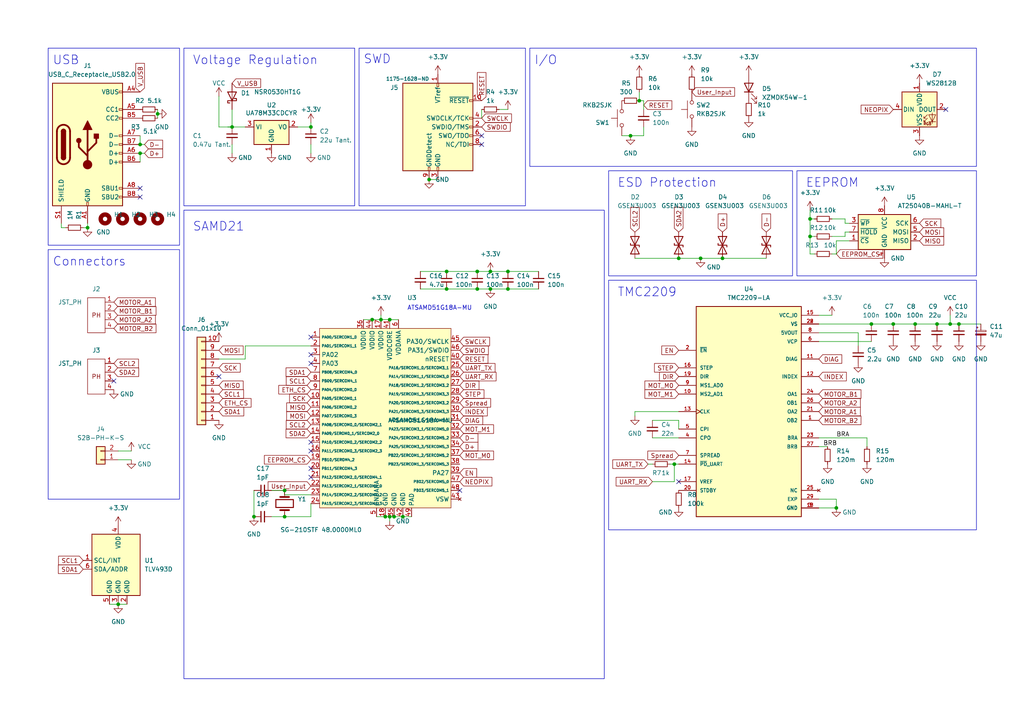
<source format=kicad_sch>
(kicad_sch (version 20230121) (generator eeschema)
  (paper "A4")
  (junction (at 129.54 78.74))
  (junction (at 113.03 149.86))
  (junction (at 107.95 92.71))
  (junction (at 25.4 66.04))
  (junction (at 147.32 83.82))
  (junction (at 129.54 83.82))
  (junction (at 114.3 149.86))
  (junction (at 234.95 68.58))
  (junction (at 195.58 134.62))
  (junction (at 147.32 78.74))
  (junction (at 265.43 93.98))
  (junction (at 82.55 142.24))
  (junction (at 90.17 36.83))
  (junction (at 259.08 93.98))
  (junction (at 278.13 93.98))
  (junction (at 138.43 78.74))
  (junction (at 209.55 74.93))
  (junction (at 82.55 149.86))
  (junction (at 138.43 83.82))
  (junction (at 67.31 36.83))
  (junction (at 110.49 92.71))
  (junction (at 196.85 74.93))
  (junction (at 242.57 147.32))
  (junction (at 113.03 92.71))
  (junction (at 40.64 44.45))
  (junction (at 252.73 93.98))
  (junction (at 40.64 41.91))
  (junction (at 234.95 63.5))
  (junction (at 142.24 78.74))
  (junction (at 182.88 39.37))
  (junction (at 45.72 33.02))
  (junction (at 124.46 52.07))
  (junction (at 203.2 74.93))
  (junction (at 116.84 149.86))
  (junction (at 73.66 149.86))
  (junction (at 271.78 93.98))
  (junction (at 34.29 175.26))
  (junction (at 111.76 149.86))
  (junction (at 185.42 29.21))
  (junction (at 275.59 93.98))
  (junction (at 142.24 83.82))
  (no_connect (at 40.64 54.61))
  (no_connect (at 90.17 97.79))
  (no_connect (at 139.7 39.37))
  (no_connect (at 90.17 128.27))
  (no_connect (at 33.02 110.49))
  (no_connect (at 196.85 139.7))
  (no_connect (at 90.17 138.43))
  (no_connect (at 63.5 109.22))
  (no_connect (at 90.17 102.87))
  (no_connect (at 40.64 57.15))
  (no_connect (at 90.17 130.81))
  (no_connect (at 139.7 41.91))
  (no_connect (at 90.17 105.41))
  (no_connect (at 133.35 142.24))
  (no_connect (at 90.17 135.89))
  (no_connect (at 274.32 31.75))
  (wire (pts (xy 138.43 78.74) (xy 142.24 78.74)))
  (wire (pts (xy 40.64 41.91) (xy 41.91 41.91)))
  (wire (pts (xy 19.05 66.04) (xy 17.78 66.04)))
  (wire (pts (xy 38.1 133.35) (xy 34.29 133.35)))
  (wire (pts (xy 34.29 175.26) (xy 36.83 175.26)))
  (wire (pts (xy 245.11 64.77) (xy 246.38 64.77)))
  (wire (pts (xy 186.69 31.75) (xy 186.69 29.21)))
  (wire (pts (xy 248.92 96.52) (xy 237.49 96.52)))
  (wire (pts (xy 142.24 78.74) (xy 147.32 78.74)))
  (wire (pts (xy 63.5 27.94) (xy 63.5 36.83)))
  (wire (pts (xy 121.92 78.74) (xy 129.54 78.74)))
  (wire (pts (xy 203.2 74.93) (xy 209.55 74.93)))
  (wire (pts (xy 78.74 149.86) (xy 82.55 149.86)))
  (wire (pts (xy 73.66 142.24) (xy 73.66 149.86)))
  (wire (pts (xy 113.03 92.71) (xy 115.57 92.71)))
  (wire (pts (xy 237.49 99.06) (xy 252.73 99.06)))
  (wire (pts (xy 259.08 93.98) (xy 265.43 93.98)))
  (wire (pts (xy 90.17 100.33) (xy 71.12 100.33)))
  (wire (pts (xy 234.95 60.96) (xy 234.95 63.5)))
  (wire (pts (xy 67.31 31.75) (xy 67.31 36.83)))
  (wire (pts (xy 116.84 149.86) (xy 114.3 149.86)))
  (wire (pts (xy 86.36 36.83) (xy 90.17 36.83)))
  (wire (pts (xy 109.22 149.86) (xy 111.76 149.86)))
  (wire (pts (xy 40.64 39.37) (xy 40.64 41.91)))
  (wire (pts (xy 38.1 130.81) (xy 34.29 130.81)))
  (wire (pts (xy 241.3 73.66) (xy 242.57 73.66)))
  (wire (pts (xy 237.49 129.54) (xy 240.03 129.54)))
  (wire (pts (xy 25.4 64.77) (xy 25.4 66.04)))
  (wire (pts (xy 24.13 66.04) (xy 25.4 66.04)))
  (wire (pts (xy 242.57 147.32) (xy 237.49 147.32)))
  (wire (pts (xy 66.04 36.83) (xy 67.31 36.83)) (stroke (width 0.1524)))
  (wire (pts (xy 196.85 119.38) (xy 184.15 119.38)))
  (wire (pts (xy 189.23 139.7) (xy 195.58 139.7)))
  (wire (pts (xy 275.59 93.98) (xy 278.13 93.98)))
  (wire (pts (xy 182.88 39.37) (xy 180.34 39.37)))
  (wire (pts (xy 195.58 134.62) (xy 196.85 134.62)))
  (wire (pts (xy 45.72 33.02) (xy 45.72 31.75)))
  (wire (pts (xy 186.69 36.83) (xy 186.69 39.37)))
  (wire (pts (xy 237.49 93.98) (xy 252.73 93.98)))
  (wire (pts (xy 107.95 92.71) (xy 110.49 92.71)))
  (wire (pts (xy 242.57 69.85) (xy 246.38 69.85)))
  (wire (pts (xy 189.23 134.62) (xy 187.96 134.62)))
  (wire (pts (xy 78.74 142.24) (xy 82.55 142.24)))
  (wire (pts (xy 147.32 31.75) (xy 144.78 31.75)))
  (wire (pts (xy 237.49 144.78) (xy 242.57 144.78)))
  (wire (pts (xy 275.59 91.44) (xy 275.59 93.98)))
  (wire (pts (xy 82.55 143.51) (xy 82.55 142.24)))
  (wire (pts (xy 71.12 36.83) (xy 67.31 36.83)) (stroke (width 0.1524)))
  (wire (pts (xy 185.42 26.67) (xy 185.42 29.21)))
  (wire (pts (xy 245.11 67.31) (xy 246.38 67.31)))
  (wire (pts (xy 189.23 127) (xy 196.85 127)))
  (wire (pts (xy 265.43 93.98) (xy 271.78 93.98)))
  (wire (pts (xy 71.12 104.14) (xy 63.5 104.14)))
  (wire (pts (xy 234.95 68.58) (xy 234.95 63.5)))
  (wire (pts (xy 237.49 127) (xy 251.46 127)))
  (wire (pts (xy 236.22 63.5) (xy 234.95 63.5)))
  (wire (pts (xy 114.3 149.86) (xy 113.03 149.86)))
  (wire (pts (xy 186.69 29.21) (xy 185.42 29.21)))
  (wire (pts (xy 184.15 74.93) (xy 196.85 74.93)))
  (wire (pts (xy 147.32 78.74) (xy 156.21 78.74)))
  (wire (pts (xy 45.72 34.29) (xy 45.72 33.02)))
  (wire (pts (xy 196.85 74.93) (xy 203.2 74.93)))
  (wire (pts (xy 31.75 175.26) (xy 34.29 175.26)))
  (wire (pts (xy 241.3 91.44) (xy 237.49 91.44)))
  (wire (pts (xy 124.46 52.07) (xy 127 52.07)))
  (wire (pts (xy 245.11 63.5) (xy 245.11 64.77)))
  (wire (pts (xy 278.13 93.98) (xy 284.48 93.98)))
  (wire (pts (xy 40.64 44.45) (xy 40.64 46.99)))
  (wire (pts (xy 184.15 119.38) (xy 184.15 120.65)))
  (wire (pts (xy 236.22 73.66) (xy 234.95 73.66)))
  (wire (pts (xy 82.55 149.86) (xy 90.17 149.86)))
  (wire (pts (xy 71.12 100.33) (xy 71.12 104.14)))
  (wire (pts (xy 67.31 44.45) (xy 67.31 41.91)))
  (wire (pts (xy 234.95 73.66) (xy 234.95 68.58)))
  (wire (pts (xy 242.57 73.66) (xy 242.57 69.85)))
  (wire (pts (xy 63.5 36.83) (xy 67.31 36.83)))
  (wire (pts (xy 113.03 149.86) (xy 113.03 151.13)))
  (wire (pts (xy 252.73 93.98) (xy 259.08 93.98)))
  (wire (pts (xy 129.54 78.74) (xy 138.43 78.74)))
  (wire (pts (xy 245.11 68.58) (xy 245.11 67.31)))
  (wire (pts (xy 90.17 41.91) (xy 90.17 44.45)))
  (wire (pts (xy 116.84 149.86) (xy 119.38 149.86)))
  (wire (pts (xy 186.69 39.37) (xy 182.88 39.37)))
  (wire (pts (xy 271.78 93.98) (xy 275.59 93.98)))
  (wire (pts (xy 241.3 63.5) (xy 245.11 63.5)))
  (wire (pts (xy 139.7 31.75) (xy 139.7 34.29)))
  (wire (pts (xy 196.85 121.92) (xy 196.85 124.46)))
  (wire (pts (xy 110.49 91.44) (xy 110.49 92.71)))
  (wire (pts (xy 241.3 68.58) (xy 245.11 68.58)))
  (wire (pts (xy 194.31 134.62) (xy 195.58 134.62)))
  (wire (pts (xy 147.32 83.82) (xy 156.21 83.82)))
  (wire (pts (xy 111.76 149.86) (xy 113.03 149.86)))
  (wire (pts (xy 195.58 139.7) (xy 195.58 134.62)))
  (wire (pts (xy 129.54 83.82) (xy 138.43 83.82)))
  (wire (pts (xy 121.92 83.82) (xy 129.54 83.82)))
  (wire (pts (xy 189.23 121.92) (xy 196.85 121.92)))
  (wire (pts (xy 242.57 144.78) (xy 242.57 147.32)))
  (wire (pts (xy 110.49 92.71) (xy 113.03 92.71)))
  (wire (pts (xy 17.78 64.77) (xy 17.78 66.04)))
  (wire (pts (xy 105.41 92.71) (xy 107.95 92.71)))
  (wire (pts (xy 40.64 44.45) (xy 41.91 44.45)))
  (wire (pts (xy 142.24 83.82) (xy 147.32 83.82)))
  (wire (pts (xy 90.17 35.56) (xy 90.17 36.83)))
  (wire (pts (xy 90.17 149.86) (xy 90.17 146.05)))
  (wire (pts (xy 236.22 68.58) (xy 234.95 68.58)))
  (wire (pts (xy 90.17 143.51) (xy 82.55 143.51)))
  (wire (pts (xy 209.55 74.93) (xy 222.25 74.93)))
  (wire (pts (xy 251.46 127) (xy 251.46 129.54)))
  (wire (pts (xy 248.92 100.33) (xy 248.92 96.52)))
  (wire (pts (xy 138.43 83.82) (xy 142.24 83.82)))
  (rectangle (start 53.34 13.97) (end 102.87 59.69))
  (rectangle (start 153.67 13.97) (end 283.21 48.26))
  (rectangle (start 53.34 60.96) (end 175.26 196.85))
  (rectangle (start 176.53 81.28) (end 283.21 153.67))
  (rectangle (start 13.97 13.97) (end 52.07 71.12))
  (rectangle (start 13.97 72.39) (end 52.07 144.78))
  (rectangle (start 231.14 49.53) (end 283.21 80.01))
  (rectangle (start 104.14 13.97) (end 152.4 59.69))
  (rectangle (start 176.53 49.53) (end 229.87 80.01))
  (text "SAMD21" (at 55.88 67.31 0) (effects (font (size 2.54 2.54)) (justify left bottom)))
  (text "					" (at 38.1 161.29 0) (effects (font (size 5.08 5.08)) (justify left bottom)))
  (text "EEPROM" (at 233.68 54.61 0) (effects (font (size 2.54 2.54)) (justify left bottom)))
  (text "Connectors" (at 15.24 77.47 0) (effects (font (size 2.54 2.54)) (justify left bottom)))
  (text "ESD Protection\n" (at 179.07 54.61 0) (effects (font (size 2.54 2.54)) (justify left bottom)))
  (text "TMC2209" (at 179.07 86.36 0) (effects (font (size 2.54 2.54)) (justify left bottom)))
  (text "I/O" (at 154.94 19.05 0) (effects (font (size 2.54 2.54)) (justify left bottom)))
  (text "ATSAMD51G18A-MU" (at 118.11 90.17 0) (effects (font (size 1.27 1.27)) (justify left bottom)))
  (text "Voltage Regulation\n" (at 55.88 19.05 0) (effects (font (size 2.54 2.54)) (justify left bottom)))
  (text "SWD\n\n" (at 105.41 22.86 0) (effects (font (size 2.54 2.54)) (justify left bottom)))
  (text "USB" (at 15.24 19.05 0) (effects (font (size 2.54 2.54)) (justify left bottom)))
  (label "BRA" (at 242.57 127 0))
  (label "BRB" (at 238.76 129.54 0))
  (global_label "RESET" (shape input) (at 186.69 30.48 0) (property "Intersheetrefs" "${INTERSHEET_REFS}" (effects hide)))
  (global_label "D+" (shape input) (at 41.91 44.45 0) (property "Intersheetrefs" "${INTERSHEET_REFS}" (effects hide)))
  (global_label "MISO" (shape input) (at 63.5 111.76 0) (property "Intersheetrefs" "${INTERSHEET_REFS}" (effects hide)))
  (global_label "SDA1" (shape input) (at 90.17 107.95 180) (property "Intersheetrefs" "${INTERSHEET_REFS}" (effects hide)))
  (global_label "SDA1" (shape input) (at 24.13 165.1 180) (property "Intersheetrefs" "${INTERSHEET_REFS}" (effects hide)))
  (global_label "MOTOR_B2" (shape input) (at 237.49 121.92 0) (property "Intersheetrefs" "${INTERSHEET_REFS}" (effects hide)))
  (global_label "SCL2" (shape input) (at 90.17 123.19 180) (property "Intersheetrefs" "${INTERSHEET_REFS}" (effects hide)))
  (global_label "MOT_M1" (shape input) (at 133.35 124.46 0) (property "Intersheetrefs" "${INTERSHEET_REFS}" (effects hide)))
  (global_label "UART_RX" (shape input) (at 133.35 109.22 0) (property "Intersheetrefs" "${INTERSHEET_REFS}" (effects hide)))
  (global_label "SCL1" (shape input) (at 63.5 114.3 0) (property "Intersheetrefs" "${INTERSHEET_REFS}" (effects hide)))
  (global_label "EN" (shape input) (at 196.85 101.6 180) (property "Intersheetrefs" "${INTERSHEET_REFS}" (effects hide)))
  (global_label "D-" (shape input) (at 222.25 67.31 90) (property "Intersheetrefs" "${INTERSHEET_REFS}" (effects hide)))
  (global_label "SCL2" (shape input) (at 184.15 67.31 90) (property "Intersheetrefs" "${INTERSHEET_REFS}" (effects hide)))
  (global_label "SCL2" (shape input) (at 33.02 105.41 0) (property "Intersheetrefs" "${INTERSHEET_REFS}" (effects hide)))
  (global_label "NEOPIX" (shape input) (at 133.35 139.7 0) (property "Intersheetrefs" "${INTERSHEET_REFS}" (effects hide)))
  (global_label "INDEX" (shape input) (at 133.35 119.38 0) (property "Intersheetrefs" "${INTERSHEET_REFS}" (effects hide)))
  (global_label "V_USB" (shape input) (at 67.31 24.13 0) (property "Intersheetrefs" "${INTERSHEET_REFS}" (effects hide)))
  (global_label "Spread" (shape input) (at 196.85 132.08 180) (property "Intersheetrefs" "${INTERSHEET_REFS}" (effects hide)))
  (global_label "D+" (shape input) (at 133.35 129.54 0) (property "Intersheetrefs" "${INTERSHEET_REFS}" (effects hide)))
  (global_label "EEPROM_CS" (shape input) (at 90.17 133.35 180) (property "Intersheetrefs" "${INTERSHEET_REFS}" (effects hide)))
  (global_label "SWDIO" (shape input) (at 133.35 101.6 0) (property "Intersheetrefs" "${INTERSHEET_REFS}" (effects hide)))
  (global_label "D-" (shape input) (at 133.35 127 0) (property "Intersheetrefs" "${INTERSHEET_REFS}" (effects hide)))
  (global_label "SCL1" (shape input) (at 90.17 110.49 180) (property "Intersheetrefs" "${INTERSHEET_REFS}" (effects hide)))
  (global_label "MISO" (shape input) (at 266.7 69.85 0) (property "Intersheetrefs" "${INTERSHEET_REFS}" (effects hide)))
  (global_label "DIR" (shape input) (at 196.85 109.22 180) (property "Intersheetrefs" "${INTERSHEET_REFS}" (effects hide)))
  (global_label "SDA2" (shape input) (at 90.17 125.73 180) (property "Intersheetrefs" "${INTERSHEET_REFS}" (effects hide)))
  (global_label "D-" (shape input) (at 41.91 41.91 0) (property "Intersheetrefs" "${INTERSHEET_REFS}" (effects hide)))
  (global_label "ETH_CS" (shape input) (at 90.17 113.03 180) (property "Intersheetrefs" "${INTERSHEET_REFS}" (effects hide)))
  (global_label "SWCLK" (shape input) (at 139.7 34.29 0) (property "Intersheetrefs" "${INTERSHEET_REFS}" (effects hide)))
  (global_label "EN" (shape input) (at 133.35 137.16 0) (property "Intersheetrefs" "${INTERSHEET_REFS}" (effects hide)))
  (global_label "STEP" (shape input) (at 196.85 106.68 180) (property "Intersheetrefs" "${INTERSHEET_REFS}" (effects hide)))
  (global_label "MOSI" (shape input) (at 63.5 101.6 0) (property "Intersheetrefs" "${INTERSHEET_REFS}" (effects hide)))
  (global_label "MOTOR_A2" (shape input) (at 237.49 116.84 0) (property "Intersheetrefs" "${INTERSHEET_REFS}" (effects hide)))
  (global_label "SCK" (shape input) (at 63.5 106.68 0) (property "Intersheetrefs" "${INTERSHEET_REFS}" (effects hide)))
  (global_label "NEOPIX" (shape input) (at 259.08 31.75 180) (property "Intersheetrefs" "${INTERSHEET_REFS}" (effects hide)))
  (global_label "DIAG" (shape input) (at 133.35 121.92 0) (property "Intersheetrefs" "${INTERSHEET_REFS}" (effects hide)))
  (global_label "DIR" (shape input) (at 133.35 111.76 0) (property "Intersheetrefs" "${INTERSHEET_REFS}" (effects hide)))
  (global_label "Spread" (shape input) (at 133.35 116.84 0) (property "Intersheetrefs" "${INTERSHEET_REFS}" (effects hide)))
  (global_label "SWCLK" (shape input) (at 133.35 99.06 0) (property "Intersheetrefs" "${INTERSHEET_REFS}" (effects hide)))
  (global_label "UART_RX" (shape input) (at 189.23 139.7 180) (property "Intersheetrefs" "${INTERSHEET_REFS}" (effects hide)))
  (global_label "DIAG" (shape input) (at 237.49 104.14 0) (property "Intersheetrefs" "${INTERSHEET_REFS}" (effects hide)))
  (global_label "UART_TX" (shape input) (at 133.35 106.68 0) (property "Intersheetrefs" "${INTERSHEET_REFS}" (effects hide)))
  (global_label "MISO" (shape input) (at 90.17 118.11 180) (property "Intersheetrefs" "${INTERSHEET_REFS}" (effects hide)))
  (global_label "MOTOR_B2" (shape input) (at 33.02 95.25 0) (property "Intersheetrefs" "${INTERSHEET_REFS}" (effects hide)))
  (global_label "SDA2" (shape input) (at 33.02 107.95 0) (property "Intersheetrefs" "${INTERSHEET_REFS}" (effects hide)))
  (global_label "MOTOR_B1" (shape input) (at 33.02 90.17 0) (property "Intersheetrefs" "${INTERSHEET_REFS}" (effects hide)))
  (global_label "SDA1" (shape input) (at 63.5 119.38 0) (property "Intersheetrefs" "${INTERSHEET_REFS}" (effects hide)))
  (global_label "V_USB" (shape input) (at 40.64 26.67 90) (property "Intersheetrefs" "${INTERSHEET_REFS}" (effects hide)))
  (global_label "MOT_M0" (shape input) (at 133.35 132.08 0) (property "Intersheetrefs" "${INTERSHEET_REFS}" (effects hide)))
  (global_label "RESET" (shape input) (at 139.7 29.21 90) (property "Intersheetrefs" "${INTERSHEET_REFS}" (effects hide)))
  (global_label "MOT_M1" (shape input) (at 196.85 114.3 180) (property "Intersheetrefs" "${INTERSHEET_REFS}" (effects hide)))
  (global_label "SWDIO" (shape input) (at 139.7 36.83 0) (property "Intersheetrefs" "${INTERSHEET_REFS}" (effects hide)))
  (global_label "MOT_M0" (shape input) (at 196.85 111.76 180) (property "Intersheetrefs" "${INTERSHEET_REFS}" (effects hide)))
  (global_label "ETH_CS" (shape input) (at 63.5 116.84 0) (property "Intersheetrefs" "${INTERSHEET_REFS}" (effects hide)))
  (global_label "UART_TX" (shape input) (at 187.96 134.62 180) (property "Intersheetrefs" "${INTERSHEET_REFS}" (effects hide)))
  (global_label "User_Input" (shape input) (at 200.66 26.67 0) (property "Intersheetrefs" "${INTERSHEET_REFS}" (effects hide)))
  (global_label "User_Input" (shape input) (at 90.17 140.97 180) (property "Intersheetrefs" "${INTERSHEET_REFS}" (effects hide)))
  (global_label "SCK" (shape input) (at 90.17 115.57 180) (property "Intersheetrefs" "${INTERSHEET_REFS}" (effects hide)))
  (global_label "MOTOR_A2" (shape input) (at 33.02 92.71 0) (property "Intersheetrefs" "${INTERSHEET_REFS}" (effects hide)))
  (global_label "D+" (shape input) (at 209.55 67.31 90) (property "Intersheetrefs" "${INTERSHEET_REFS}" (effects hide)))
  (global_label "MOSI" (shape input) (at 266.7 67.31 0) (property "Intersheetrefs" "${INTERSHEET_REFS}" (effects hide)))
  (global_label "MOTOR_B1" (shape input) (at 237.49 114.3 0) (property "Intersheetrefs" "${INTERSHEET_REFS}" (effects hide)))
  (global_label "STEP" (shape input) (at 133.35 114.3 0) (property "Intersheetrefs" "${INTERSHEET_REFS}" (effects hide)))
  (global_label "MOTOR_A1" (shape input) (at 237.49 119.38 0) (property "Intersheetrefs" "${INTERSHEET_REFS}" (effects hide)))
  (global_label "SCL1" (shape input) (at 24.13 162.56 180) (property "Intersheetrefs" "${INTERSHEET_REFS}" (effects hide)))
  (global_label "EEPROM_CS" (shape input) (at 242.57 73.66 0) (property "Intersheetrefs" "${INTERSHEET_REFS}" (effects hide)))
  (global_label "INDEX" (shape input) (at 237.49 109.22 0) (property "Intersheetrefs" "${INTERSHEET_REFS}" (effects hide)))
  (global_label "SDA2" (shape input) (at 196.85 67.31 90) (property "Intersheetrefs" "${INTERSHEET_REFS}" (effects hide)))
  (global_label "MOTOR_A1" (shape input) (at 33.02 87.63 0) (property "Intersheetrefs" "${INTERSHEET_REFS}" (effects hide)))
  (global_label "SCK" (shape input) (at 266.7 64.77 0) (property "Intersheetrefs" "${INTERSHEET_REFS}" (effects hide)))
  (global_label "MOSI" (shape input) (at 90.17 120.65 180) (property "Intersheetrefs" "${INTERSHEET_REFS}" (effects hide)))
  (global_label "RESET" (shape input) (at 133.35 104.14 0) (property "Intersheetrefs" "${INTERSHEET_REFS}" (effects hide)))
  (symbol (lib_id "power:GND") (at 196.85 147.32 0) (unit 1)
    (property "Reference" "#PWR022" (effects hide))
    (property "Value" "GND" (at 193.04 148.59 0))
  )
  (symbol (lib_id "power:GND") (at 256.54 74.93 0) (unit 1)
    (property "Reference" "#PWR035" (effects hide))
    (property "Value" "GND" (at 260.35 74.93 0))
  )
  (symbol (lib_id "power:GND") (at 217.17 34.29 0) (unit 1)
    (property "Reference" "#PWR027" (effects hide))
    (property "Value" "GND" (at 217.17 39.37 0))
  )
  (symbol (lib_id "Device:R_Small") (at 238.76 73.66 90) (unit 1)
    (property "Reference" "R13" (at 237.49 71.12 90) (effects (justify left)))
    (property "Value" "10k" (at 242.57 71.12 90) (effects (justify left)))
    (property "Footprint" "Resistor_SMD:R_0402_1005Metric" (effects hide))
  )
  (symbol (lib_id "Device:LED") (at 217.17 25.4 90) (unit 1)
    (property "Reference" "D5" (at 220.98 25.7175 90) (effects (justify right)))
    (property "Value" "XZMDK54W-1" (at 220.98 28.2575 90) (effects (justify right)))
    (property "Footprint" "LED_SMD:LED_0603_1608Metric" (effects hide))
  )
  (symbol (lib_id "Mechanical:MountingHole") (at 40.64 63.5 0) (unit 1)
    (property "Reference" "H3" (at 43.18 62.23 0) (effects (justify left)))
    (property "Value" "MountingHole" (effects hide))
    (property "Footprint" "MountingHole:MountingHole_3.2mm_M3" (effects hide))
  )
  (symbol (lib_id "power:+3.3V") (at 142.24 78.74 0) (unit 1)
    (property "Reference" "#PWR047" (effects hide))
    (property "Value" "+3.3V" (at 142.24 73.66 0))
  )
  (symbol (lib_id "power:GND") (at 124.46 52.07 0) (unit 1)
    (property "Reference" "#PWR016" (effects hide))
    (property "Value" "GND" (at 128.27 52.07 0))
  )
  (symbol (lib_id "Device:C_Small") (at 252.73 96.52 0) (unit 1)
    (property "Reference" "C6" (at 250.19 88.9 0) (effects (justify left)))
    (property "Value" "100n" (at 250.19 91.44 0) (effects (justify left)))
    (property "Footprint" "Capacitor_SMD:C_0402_1005Metric" (effects hide))
  )
  (symbol (lib_id "power:VCC") (at 275.59 91.44 0) (unit 1)
    (property "Reference" "#PWR041" (effects hide))
    (property "Value" "VCC" (at 275.59 86.36 0))
  )
  (symbol (lib_id "power:GND") (at 240.03 134.62 0) (unit 1)
    (property "Reference" "#PWR029" (effects hide))
    (property "Value" "GND" (at 240.03 139.7 0))
  )
  (symbol (lib_id "Device:C_Small") (at 90.17 39.37 0) (unit 1)
    (property "Reference" "C2" (at 92.71 38.1063 0) (effects (justify left)))
    (property "Value" "22u Tant." (at 92.71 40.6463 0) (effects (justify left)))
    (property "Footprint" "Capacitor_SMD:C_0402_1005Metric" (effects hide))
  )
  (symbol (lib_id "Diode:NSR0340HT1G") (at 67.31 27.94 90) (unit 1)
    (property "Reference" "D1" (at 69.85 26.9875 90) (effects (justify right)))
    (property "Value" "NSR0530HT1G" (at 73.66 26.67 90) (effects (justify right)))
    (property "Footprint" "Diode_SMD:D_SOD-323" (effects hide))
    (property "Datasheet" "https://www.onsemi.com/pub/Collateral/NSR0340H-D.PDF" (effects hide))
  )
  (symbol (lib_id "Device:R_Small") (at 43.18 31.75 90) (unit 1)
    (property "Reference" "R2" (at 41.91 29.21 90) (effects (justify left)))
    (property "Value" "5.1k" (at 46.99 29.21 90) (effects (justify left)))
    (property "Footprint" "Resistor_SMD:R_0402_1005Metric" (effects hide))
  )
  (symbol (lib_id "Device:R_Small") (at 217.17 31.75 0) (unit 1)
    (property "Reference" "R10" (at 219.71 30.48 0) (effects (justify left)))
    (property "Value" "1k" (at 219.71 33.02 0) (effects (justify left)))
    (property "Footprint" "Resistor_SMD:R_0402_1005Metric" (effects hide))
  )
  (symbol (lib_id "Device:R_Small") (at 238.76 63.5 90) (unit 1)
    (property "Reference" "R11" (at 238.76 60.96 90) (effects (justify left)))
    (property "Value" "10k" (at 242.57 60.96 90) (effects (justify left)))
    (property "Footprint" "Resistor_SMD:R_0402_1005Metric" (effects hide))
  )
  (symbol (lib_id "Connector:USB_C_Receptacle_USB2.0") (at 25.4 41.91 0) (unit 1)
    (property "Reference" "J1" (at 25.4 19.05 0))
    (property "Value" "USB_C_Receptacle_USB2.0" (at 26.67 21.59 0))
    (property "Footprint" "Connector_USB:USB_C_Receptacle_G-Switch_GT-USB-7010ASV" (effects hide))
    (property "Datasheet" "https://www.usb.org/sites/default/files/documents/usb_type-c.zip" (effects hide))
  )
  (symbol (lib_id "power:+3.3V") (at 241.3 91.44 0) (unit 1)
    (property "Reference" "#PWR030" (effects hide))
    (property "Value" "+3.3V" (at 241.3 86.36 0))
  )
  (symbol (lib_id "power:GND") (at 284.48 99.06 0) (unit 1)
    (property "Reference" "#PWR045" (effects hide))
    (property "Value" "GND" (at 284.48 104.14 0))
  )
  (symbol (lib_id "power:GND") (at 34.29 175.26 0) (unit 1)
    (property "Reference" "#PWR04" (effects hide))
    (property "Value" "GND" (at 34.29 180.34 0))
  )
  (symbol (lib_id "Device:C_Small") (at 186.69 34.29 0) (unit 1)
    (property "Reference" "C3" (at 189.23 33.0263 0) (effects (justify left)))
    (property "Value" "100n" (at 189.23 35.5663 0) (effects (justify left)))
    (property "Footprint" "Capacitor_SMD:C_0402_1005Metric" (effects hide))
  )
  (symbol (lib_id "Mechanical:MountingHole") (at 30.48 63.5 0) (unit 1)
    (property "Reference" "H1" (at 33.02 62.23 0) (effects (justify left)))
    (property "Value" "MountingHole" (effects hide))
    (property "Footprint" "MountingHole:MountingHole_3.2mm_M3" (effects hide))
  )
  (symbol (lib_id "power:GND") (at 203.2 74.93 0) (unit 1)
    (property "Reference" "#PWR025" (effects hide))
    (property "Value" "GND" (at 207.01 77.47 0))
  )
  (symbol (lib_id "power:GND") (at 278.13 99.06 0) (unit 1)
    (property "Reference" "#PWR042" (effects hide))
    (property "Value" "GND" (at 278.13 104.14 0))
  )
  (symbol (lib_id "power:GND") (at 73.66 149.86 0) (unit 1)
    (property "Reference" "#PWR048" (effects hide))
    (property "Value" "GND" (at 73.66 154.94 0))
  )
  (symbol (lib_id "power:VCC") (at 38.1 130.81 0) (unit 1)
    (property "Reference" "#PWR05" (effects hide))
    (property "Value" "VCC" (at 41.91 129.54 0))
  )
  (symbol (lib_id "power:GND") (at 142.24 83.82 0) (unit 1)
    (property "Reference" "#PWR046" (effects hide))
    (property "Value" "GND" (at 142.24 88.9 0))
  )
  (symbol (lib_id "power:GND") (at 90.17 44.45 0) (unit 1)
    (property "Reference" "#PWR013" (effects hide))
    (property "Value" "GND" (at 93.98 45.72 0))
  )
  (symbol (lib_id "power:+3.3V") (at 200.66 21.59 0) (unit 1)
    (property "Reference" "#PWR023" (effects hide))
    (property "Value" "+3.3V" (at 200.66 16.51 0))
  )
  (symbol (lib_id "Device:R_Small") (at 142.24 31.75 90) (unit 1)
    (property "Reference" "R4" (at 142.24 26.67 90))
    (property "Value" "1k" (at 142.24 29.21 90))
    (property "Footprint" "Resistor_SMD:R_0402_1005Metric" (effects hide))
  )
  (symbol (lib_id "power:GND") (at 200.66 36.83 0) (unit 1)
    (property "Reference" "#PWR024" (effects hide))
    (property "Value" "GND" (at 200.66 41.91 0))
  )
  (symbol (lib_id "TMC2209-LA:TMC2209-LA") (at 217.17 119.38 0) (unit 1)
    (property "Reference" "U4" (at 217.17 83.82 0))
    (property "Value" "TMC2209-LA" (at 217.17 86.36 0))
    (property "Footprint" "Package_DFN_QFN:QFN-28-1EP_5x5mm_P0.5mm_EP3.35x3.35mm_ThermalVias" (effects hide))
    (property "MF" "Trinamic" (effects hide))
    (property "MAXIMUM_PACKAGE_HEIGHT" "0.90mm" (effects hide))
    (property "Package" "VFQFN-28 Trinamic" (effects hide))
    (property "Price" "None" (effects hide))
    (property "Check_prices" "https://www.snapeda.com/parts/TMC2209-LA/Trinamic/view-part/?ref=eda" (effects hide))
    (property "STANDARD" "IPC-7351B" (effects hide))
    (property "PARTREV" "1.08" (effects hide))
    (property "SnapEDA_Link" "https://www.snapeda.com/parts/TMC2209-LA/Trinamic/view-part/?ref=snap" (effects hide))
    (property "MP" "TMC2209-LA" (effects hide))
    (property "Description" "\nMotor / Motion / Ignition Controllers & Drivers Stepper Motor Driver/Controller, 4.75-28V, 2.0A, Step/Dir, QFN28\n" (effects hide))
    (property "MANUFACTURER" "Trinamic" (effects hide))
    (property "Availability" "Not in stock" (effects hide))
    (property "SNAPEDA_PN" "TMC2209-LA" (effects hide))
  )
  (symbol (lib_id "Device:C_Small") (at 129.54 81.28 0) (unit 1)
    (property "Reference" "C12" (at 132.08 80.0163 0) (effects (justify left)))
    (property "Value" "100n" (at 132.08 82.5563 0) (effects (justify left)))
    (property "Footprint" "Capacitor_SMD:C_0402_1005Metric" (effects hide))
  )
  (symbol (lib_id "Regulator_Linear:AP1117-33") (at 78.74 36.83 0) (unit 1)
    (property "Reference" "U2" (at 78.74 30.48 0))
    (property "Value" "	\nUA78M33CDCYR" (at 78.74 31.75 0))
    (property "Footprint" "Package_TO_SOT_SMD:SOT-223-3_TabPin2" (effects hide))
    (property "Datasheet" "http://www.diodes.com/datasheets/AP1117.pdf" (effects hide))
  )
  (symbol (lib_id "Device:Crystal") (at 82.55 146.05 90) (unit 1)
    (property "Reference" "Y1" (at 86.36 144.78 90) (effects (justify right)))
    (property "Value" "SG-210STF 48.0000ML0" (at 81.28 153.67 90) (effects (justify right)))
    (property "Footprint" "Crystal:Crystal_SMD_2520-4Pin_2.5x2.0mm" (effects hide))
  )
  (symbol (lib_id "Connector_Generic:Conn_01x10") (at 58.42 111.76 180) (unit 1)
    (property "Reference" "J6" (at 58.42 92.71 0))
    (property "Value" "Conn_01x10" (at 58.42 95.25 0))
    (property "Footprint" "Connector_PinSocket_2.54mm:PinSocket_2x05_P2.54mm_Vertical" (effects hide))
  )
  (symbol (lib_id "samd51G18:ATSAMD51G18A-MU") (at 113.03 120.65 0) (unit 1)
    (property "Reference" "U3" (at 118.11 86.36 0) (effects (justify left)))
    (property "Value" "ATSAMD51G18A-MU" (at 121.92 121.92 0))
    (property "Footprint" "Package_DFN_QFN:VQFN-48-1EP_7x7mm_P0.5mm_EP5.15x5.15mm" (effects hide))
  )
  (symbol (lib_id "LED:WS2812B") (at 266.7 31.75 0) (unit 1)
    (property "Reference" "D7" (at 271.78 21.59 0))
    (property "Value" "WS2812B" (at 273.05 24.13 0))
    (property "Footprint" "LED_SMD:LED_WS2812B_PLCC4_5.0x5.0mm_P3.2mm" (effects hide))
    (property "Datasheet" "https://cdn-shop.adafruit.com/datasheets/WS2812B.pdf" (effects hide))
  )
  (symbol (lib_id "USB_C_Full_Featured:Conn_ARM_JTAG_SWD_10") (at 127 36.83 0) (unit 1)
    (property "Reference" "J5" (at 115.57 25.4 0) (effects (justify right)))
    (property "Value" "1175-1628-ND" (at 124.46 22.86 0) (effects (font (size 1.016 1.016)) (justify right)))
    (property "Footprint" "Connector_PinHeader_1.27mm:PinHeader_2x05_P1.27mm_Horizontal" (effects hide))
    (property "Datasheet" "http://infocenter.arm.com/help/topic/com.arm.doc.ddi0314h/DDI0314H_coresight_components_trm.pdf" (effects hide))
  )
  (symbol (lib_id "JST:JST_PH_4pin") (at 27.94 91.44 0) (unit 1)
    (property "Reference" "J2" (at 27.94 83.82 0))
    (property "Value" "JST_PH" (at 20.32 87.63 0))
    (property "Footprint" "Connector_JST:JST_PH_S4B-PH-K_1x04_P2.00mm_Horizontal" (effects hide))
  )
  (symbol (lib_id "Device:R_Small") (at 196.85 144.78 0) (unit 1)
    (property "Reference" "R8" (at 199.39 143.51 0) (effects (justify left)))
    (property "Value" "100k" (at 199.39 146.05 0) (effects (justify left)))
    (property "Footprint" "Resistor_SMD:R_0402_1005Metric" (effects hide))
  )
  (symbol (lib_id "power:GND") (at 78.74 44.45 0) (unit 1)
    (property "Reference" "#PWR011" (effects hide))
    (property "Value" "GND" (at 82.55 45.72 0))
  )
  (symbol (lib_id "Sensor_Magnetic:TLV493D") (at 34.29 165.1 0) (unit 1)
    (property "Reference" "U1" (at 41.91 162.56 0) (effects (justify left)))
    (property "Value" "TLV493D" (at 41.91 165.1 0) (effects (justify left)))
    (property "Footprint" "Package_TO_SOT_SMD:SOT-23-6" (effects hide))
    (property "Datasheet" "http://www.infineon.com/dgdl/Infineon-TLV493D-A1B6-DS-v01_00-EN.pdf?fileId=5546d462525dbac40152a6b85c760e80" (effects hide))
  )
  (symbol (lib_id "Device:C_Small") (at 156.21 81.28 0) (unit 1)
    (property "Reference" "C15" (at 158.75 80.0163 0) (effects (justify left)))
    (property "Value" "100n" (at 158.75 82.5563 0) (effects (justify left)))
    (property "Footprint" "Capacitor_SMD:C_0402_1005Metric" (effects hide))
  )
  (symbol (lib_id "power:+3.3V") (at 217.17 21.59 0) (unit 1)
    (property "Reference" "#PWR026" (effects hide))
    (property "Value" "+3.3V" (at 217.17 16.51 0))
  )
  (symbol (lib_id "power:GND") (at 265.43 99.06 0) (unit 1)
    (property "Reference" "#PWR037" (effects hide))
    (property "Value" "GND" (at 265.43 104.14 0))
  )
  (symbol (lib_id "Device:D_TVS") (at 222.25 71.12 90) (unit 1)
    (property "Reference" "D6" (at 220.98 57.15 90) (effects (justify right)))
    (property "Value" "GSEN3U003" (at 217.17 59.69 90) (effects (justify right)))
    (property "Footprint" "Diode_SMD:D_0603_1608Metric" (effects hide))
  )
  (symbol (lib_id "Device:C_Small") (at 121.92 81.28 0) (unit 1)
    (property "Reference" "C16" (at 124.46 80.0163 0) (effects (justify left)))
    (property "Value" "4.7u" (at 124.46 82.5563 0) (effects (justify left)))
    (property "Footprint" "Capacitor_SMD:C_0402_1005Metric" (effects hide))
  )
  (symbol (lib_id "JST:JST_PH_4pin") (at 27.94 109.22 0) (unit 1)
    (property "Reference" "J3" (at 27.94 101.6 0))
    (property "Value" "JST_PH" (at 20.32 105.41 0))
    (property "Footprint" "Connector_JST:JST_PH_S4B-PH-K_1x04_P2.00mm_Horizontal" (effects hide))
  )
  (symbol (lib_id "power:GND") (at 25.4 66.04 0) (unit 1)
    (property "Reference" "#PWR01" (effects hide))
    (property "Value" "GND" (at 27.94 67.31 0) (effects (justify left)))
  )
  (symbol (lib_id "power:GND") (at 182.88 39.37 0) (unit 1)
    (property "Reference" "#PWR019" (effects hide))
    (property "Value" "GND" (at 182.88 44.45 0))
  )
  (symbol (lib_id "Device:R_Small") (at 43.18 34.29 90) (unit 1)
    (property "Reference" "R3" (at 40.64 36.83 90) (effects (justify left)))
    (property "Value" "5.1k" (at 45.72 38.1 90) (effects (justify left)))
    (property "Footprint" "Resistor_SMD:R_0402_1005Metric" (effects hide))
  )
  (symbol (lib_id "power:+3.3V") (at 34.29 152.4 0) (unit 1)
    (property "Reference" "#PWR03" (effects hide))
    (property "Value" "+3.3V" (at 34.29 147.32 0))
  )
  (symbol (lib_id "power:GND") (at 45.72 33.02 90) (unit 1)
    (property "Reference" "#PWR08" (effects hide))
    (property "Value" "GND" (at 46.99 36.83 90))
  )
  (symbol (lib_id "Device:R_Small") (at 238.76 68.58 90) (unit 1)
    (property "Reference" "R12" (at 238.76 66.04 90) (effects (justify left)))
    (property "Value" "10k" (at 242.57 66.04 90) (effects (justify left)))
    (property "Footprint" "Resistor_SMD:R_0402_1005Metric" (effects hide))
  )
  (symbol (lib_id "power:+3.3V") (at 147.32 31.75 0) (unit 1)
    (property "Reference" "#PWR018" (effects hide))
    (property "Value" "+3.3V" (at 147.32 26.67 0))
  )
  (symbol (lib_id "power:GND") (at 266.7 39.37 0) (unit 1)
    (property "Reference" "#PWR039" (effects hide))
    (property "Value" "GND" (at 266.7 44.45 0))
  )
  (symbol (lib_id "Device:C_Small") (at 147.32 81.28 0) (unit 1)
    (property "Reference" "C14" (at 149.86 80.0163 0) (effects (justify left)))
    (property "Value" "100n" (at 149.86 82.5563 0) (effects (justify left)))
    (property "Footprint" "Capacitor_SMD:C_0402_1005Metric" (effects hide))
  )
  (symbol (lib_id "power:GND") (at 67.31 44.45 0) (unit 1)
    (property "Reference" "#PWR010" (effects hide))
    (property "Value" "GND" (at 71.12 45.72 0))
  )
  (symbol (lib_id "Switch:SW_Push") (at 180.34 34.29 90) (unit 1)
    (property "Reference" "SW1" (at 172.72 35.56 90) (effects (justify right)))
    (property "Value" "RKB2SJK" (at 168.91 30.48 90) (effects (justify right)))
    (property "Footprint" "Push_Button:button_RKB2SJK250SMTR LFS" (effects hide))
  )
  (symbol (lib_id "Device:R_Small") (at 251.46 132.08 0) (unit 1)
    (property "Reference" "R15" (at 254 130.81 0) (effects (justify left)))
    (property "Value" "120m" (at 254 133.35 0) (effects (justify left)))
    (property "Footprint" "Resistor_SMD:R_1206_3216Metric" (effects hide))
  )
  (symbol (lib_id "Device:D_TVS") (at 209.55 71.12 90) (unit 1)
    (property "Reference" "D4" (at 208.28 57.15 90) (effects (justify right)))
    (property "Value" "GSEN3U003" (at 204.47 59.69 90) (effects (justify right)))
    (property "Footprint" "Diode_SMD:D_0603_1608Metric" (effects hide))
  )
  (symbol (lib_id "power:GND") (at 63.5 121.92 0) (unit 1)
    (property "Reference" "#PWR043" (effects hide))
    (property "Value" "GND" (at 63.5 127 0))
  )
  (symbol (lib_id "Device:C_Small") (at 278.13 96.52 0) (unit 1)
    (property "Reference" "C10" (at 276.86 88.9 0) (effects (justify left)))
    (property "Value" "22u" (at 276.86 91.44 0) (effects (justify left)))
    (property "Footprint" "Capacitor_SMD:C_0805_2012Metric" (effects hide))
  )
  (symbol (lib_id "power:GND") (at 259.08 99.06 0) (unit 1)
    (property "Reference" "#PWR036" (effects hide))
    (property "Value" "GND" (at 259.08 104.14 0))
  )
  (symbol (lib_id "Device:C_Small") (at 265.43 96.52 0) (unit 1)
    (property "Reference" "C8" (at 262.89 88.9 0) (effects (justify left)))
    (property "Value" "100n" (at 262.89 91.44 0) (effects (justify left)))
    (property "Footprint" "Capacitor_SMD:C_0402_1005Metric" (effects hide))
  )
  (symbol (lib_id "power:GND") (at 113.03 151.13 0) (unit 1)
    (property "Reference" "#PWR015" (effects hide))
    (property "Value" "GND" (at 116.84 151.13 0))
  )
  (symbol (lib_id "Device:C_Small") (at 76.2 142.24 90) (unit 1)
    (property "Reference" "C17" (at 76.2063 135.89 90))
    (property "Value" "1pF" (at 76.2063 138.43 90))
    (property "Footprint" "Capacitor_SMD:C_0402_1005Metric" (effects hide))
  )
  (symbol (lib_id "Device:C_Small") (at 189.23 124.46 0) (unit 1)
    (property "Reference" "C4" (at 191.77 123.1963 0) (effects (justify left)))
    (property "Value" "22n" (at 191.77 125.7363 0) (effects (justify left)))
    (property "Footprint" "Capacitor_SMD:C_0402_1005Metric" (effects hide))
  )
  (symbol (lib_id "power:+3.3V") (at 185.42 21.59 0) (unit 1)
    (property "Reference" "#PWR021" (effects hide))
    (property "Value" "+3.3V" (at 185.42 16.51 0))
  )
  (symbol (lib_id "Device:C_Polarized_Small") (at 284.48 96.52 0) (unit 1)
    (property "Reference" "C11" (at 287.02 94.7039 0) (effects (justify left)))
    (property "Value" "47u" (at 287.02 97.2439 0) (effects (justify left)))
    (property "Footprint" "Capacitor_SMD:CP_Elec_6.3x5.4" (effects hide))
  )
  (symbol (lib_id "power:GND") (at 38.1 133.35 0) (unit 1)
    (property "Reference" "#PWR06" (effects hide))
    (property "Value" "GND" (at 41.91 134.62 0))
  )
  (symbol (lib_id "Device:C_Small") (at 271.78 96.52 0) (unit 1)
    (property "Reference" "C9" (at 269.24 88.9 0) (effects (justify left)))
    (property "Value" "22u" (at 269.24 91.44 0) (effects (justify left)))
    (property "Footprint" "Capacitor_SMD:C_0805_2012Metric" (effects hide))
  )
  (symbol (lib_id "Device:C_Small") (at 67.31 39.37 0) (unit 1)
    (property "Reference" "C1" (at 55.88 39.37 0) (effects (justify left)))
    (property "Value" "0.47u Tant." (at 55.88 41.91 0) (effects (justify left)))
    (property "Footprint" "Capacitor_SMD:C_0402_1005Metric" (effects hide))
  )
  (symbol (lib_id "power:+3.3V") (at 90.17 35.56 0) (unit 1)
    (property "Reference" "#PWR012" (effects hide))
    (property "Value" "+3.3V" (at 90.17 31.75 0))
  )
  (symbol (lib_id "Device:R_Small") (at 200.66 24.13 0) (unit 1)
    (property "Reference" "R9" (at 203.2 20.32 0) (effects (justify left)))
    (property "Value" "10k" (at 203.2 22.86 0) (effects (justify left)))
    (property "Footprint" "Resistor_SMD:R_0402_1005Metric" (effects hide))
  )
  (symbol (lib_id "Device:R_Small") (at 240.03 132.08 0) (unit 1)
    (property "Reference" "R14" (at 242.57 130.81 0) (effects (justify left)))
    (property "Value" "120m" (at 242.57 133.35 0) (effects (justify left)))
    (property "Footprint" "Resistor_SMD:R_1206_3216Metric" (effects hide))
  )
  (symbol (lib_id "power:+3.3V") (at 266.7 24.13 0) (unit 1)
    (property "Reference" "#PWR038" (effects hide))
    (property "Value" "+3.3V" (at 266.7 19.05 0))
  )
  (symbol (lib_id "Device:C_Small") (at 259.08 96.52 0) (unit 1)
    (property "Reference" "C7" (at 256.54 88.9 0) (effects (justify left)))
    (property "Value" "100n" (at 256.54 91.44 0) (effects (justify left)))
    (property "Footprint" "Capacitor_SMD:C_0402_1005Metric" (effects hide))
  )
  (symbol (lib_id "power:+3.3V") (at 63.5 99.06 0) (unit 1)
    (property "Reference" "#PWR044" (effects hide))
    (property "Value" "+3.3V" (at 63.5 93.98 0))
  )
  (symbol (lib_id "Mechanical:MountingHole") (at 45.72 63.5 0) (unit 1)
    (property "Reference" "H4" (at 48.26 62.23 0) (effects (justify left)))
    (property "Value" "MountingHole" (effects hide))
    (property "Footprint" "MountingHole:MountingHole_3.2mm_M3" (effects hide))
  )
  (symbol (lib_id "Device:C_Small") (at 248.92 102.87 0) (unit 1)
    (property "Reference" "C5" (at 251.46 101.6 0) (effects (justify left)))
    (property "Value" "2.2u" (at 251.46 104.14 0) (effects (justify left)))
    (property "Footprint" "Capacitor_SMD:C_0402_1005Metric" (effects hide))
  )
  (symbol (lib_id "Device:R_Small") (at 21.59 66.04 270) (unit 1)
    (property "Reference" "R1" (at 22.86 60.96 0) (effects (justify left)))
    (property "Value" "1M" (at 20.32 60.96 0) (effects (justify left)))
    (property "Footprint" "Resistor_SMD:R_0402_1005Metric" (effects hide))
  )
  (symbol (lib_id "Device:C_Small") (at 138.43 81.28 0) (unit 1)
    (property "Reference" "C13" (at 140.97 80.0163 0) (effects (justify left)))
    (property "Value" "100n" (at 140.97 82.5563 0) (effects (justify left)))
    (property "Footprint" "Capacitor_SMD:C_0402_1005Metric" (effects hide))
  )
  (symbol (lib_id "Switch:SW_Push") (at 200.66 31.75 90) (unit 1)
    (property "Reference" "SW2" (at 201.93 30.48 90) (effects (justify right)))
    (property "Value" "RKB2SJK" (at 201.93 33.02 90) (effects (justify right)))
    (property "Footprint" "Push_Button:button_RKB2SJK250SMTR LFS" (effects hide))
  )
  (symbol (lib_id "Device:R_Small") (at 185.42 24.13 0) (unit 1)
    (property "Reference" "R6" (at 187.96 22.86 0) (effects (justify left)))
    (property "Value" "10k" (at 187.96 25.4 0) (effects (justify left)))
    (property "Footprint" "Resistor_SMD:R_0402_1005Metric" (effects hide))
  )
  (symbol (lib_id "power:+3.3V") (at 256.54 59.69 0) (unit 1)
    (property "Reference" "#PWR034" (effects hide))
    (property "Value" "+3.3V" (at 256.54 54.61 0))
  )
  (symbol (lib_id "Device:C_Small") (at 76.2 149.86 90) (unit 1)
    (property "Reference" "C18" (at 76.2063 143.51 90))
    (property "Value" "1pF" (at 76.2063 146.05 90))
    (property "Footprint" "Capacitor_SMD:C_0402_1005Metric" (effects hide))
  )
  (symbol (lib_id "Memory_EEPROM:AT25xxx-MA") (at 256.54 67.31 0) (unit 1)
    (property "Reference" "U5" (at 262.89 57.15 0) (effects (justify left)))
    (property "Value" "AT25040B-MAHL-T" (at 260.35 59.69 0) (effects (justify left)))
    (property "Footprint" "Package_DFN_QFN:DFN-8-1EP_3x2mm_P0.5mm_EP1.3x1.5mm" (effects hide))
    (property "Datasheet" "http://ww1.microchip.com/downloads/en/DeviceDoc/Atmel-8707-SEEPROM-AT25010B-020B-040B-Datasheet.pdf" (effects hide))
  )
  (symbol (lib_id "Device:D_TVS") (at 184.15 71.12 90) (unit 1)
    (property "Reference" "D2" (at 182.88 57.15 90) (effects (justify right)))
    (property "Value" "GSEN3U003" (at 179.07 59.69 90) (effects (justify right)))
    (property "Footprint" "Diode_SMD:D_0603_1608Metric" (effects hide))
  )
  (symbol (lib_id "Device:R_Small") (at 191.77 134.62 90) (unit 1)
    (property "Reference" "R7" (at 190.5 137.16 90))
    (property "Value" "1k" (at 193.04 137.16 90))
    (property "Footprint" "Resistor_SMD:R_0402_1005Metric" (effects hide))
  )
  (symbol (lib_id "power:GND") (at 248.92 105.41 0) (unit 1)
    (property "Reference" "#PWR032" (effects hide))
    (property "Value" "GND" (at 248.92 110.49 0))
  )
  (symbol (lib_id "power:GND") (at 33.02 113.03 0) (unit 1)
    (property "Reference" "#PWR02" (effects hide))
    (property "Value" "GND" (at 36.83 114.3 0))
  )
  (symbol (lib_id "power:GND") (at 184.15 120.65 0) (unit 1)
    (property "Reference" "#PWR020" (effects hide))
    (property "Value" "GND" (at 184.15 125.73 0))
  )
  (symbol (lib_id "Mechanical:MountingHole") (at 35.56 63.5 0) (unit 1)
    (property "Reference" "H2" (at 38.1 62.23 0) (effects (justify left)))
    (property "Value" "MountingHole" (effects hide))
    (property "Footprint" "MountingHole:MountingHole_3.2mm_M3" (effects hide))
  )
  (symbol (lib_id "power:+3.3V") (at 110.49 91.44 0) (unit 1)
    (property "Reference" "#PWR014" (effects hide))
    (property "Value" "+3.3V" (at 110.49 86.36 0))
  )
  (symbol (lib_id "power:GND") (at 251.46 134.62 0) (unit 1)
    (property "Reference" "#PWR033" (effects hide))
    (property "Value" "GND" (at 251.46 139.7 0))
  )
  (symbol (lib_id "power:GND") (at 271.78 99.06 0) (unit 1)
    (property "Reference" "#PWR040" (effects hide))
    (property "Value" "GND" (at 271.78 104.14 0))
  )
  (symbol (lib_id "power:VCC") (at 63.5 27.94 0) (unit 1)
    (property "Reference" "#PWR09" (effects hide))
    (property "Value" "VCC" (at 63.5 24.13 0))
  )
  (symbol (lib_id "Device:R_Small") (at 182.88 29.21 90) (unit 1)
    (property "Reference" "R5" (at 181.61 24.13 90))
    (property "Value" "300" (at 181.61 26.67 90))
    (property "Footprint" "Resistor_SMD:R_0402_1005Metric" (effects hide))
  )
  (symbol (lib_id "power:+3.3V") (at 127 21.59 0) (unit 1)
    (property "Reference" "#PWR017" (effects hide))
    (property "Value" "+3.3V" (at 127 16.51 0))
  )
  (symbol (lib_id "Connector_Generic:Conn_01x02") (at 29.21 133.35 180) (unit 1)
    (property "Reference" "J4" (at 29.21 124.46 0))
    (property "Value" "S2B-PH-K-S" (at 29.21 127 0))
    (property "Footprint" "Connector_JST:JST_PH_S2B-PH-K_1x02_P2.00mm_Horizontal" (effects hide))
  )
  (symbol (lib_id "Device:D_TVS") (at 196.85 71.12 90) (unit 1)
    (property "Reference" "D3" (at 195.58 57.15 90) (effects (justify right)))
    (property "Value" "GSEN3U003" (at 191.77 59.69 90) (effects (justify right)))
    (property "Footprint" "Diode_SMD:D_0603_1608Metric" (effects hide))
  )
  (symbol (lib_id "power:+3.3V") (at 234.95 60.96 0) (unit 1)
    (property "Reference" "#PWR028" (effects hide))
    (property "Value" "+3.3V" (at 234.95 55.88 0))
  )
  (symbol (lib_id "power:GND") (at 242.57 147.32 0) (unit 1)
    (property "Reference" "#PWR031" (effects hide))
    (property "Value" "GND" (at 246.38 148.59 0))
  )
)
</source>
